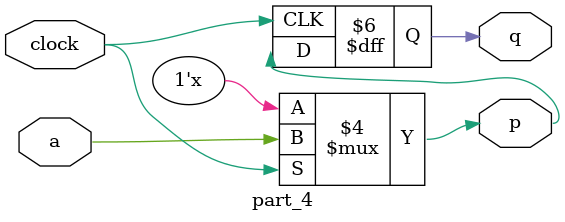
<source format=v>
module part_4(
    input clock,
    input a,
    output reg p,
    output reg q
);
    
always @(*)begin
        if(clock)
            p = a;
        else
            p = p;
    end

    always @(negedge clock) begin
            q <= p;
    end

endmodule

</source>
